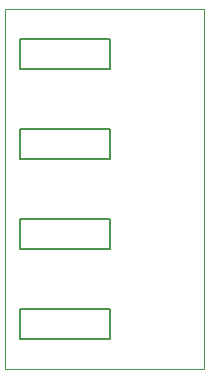
<source format=gbo>
G75*
%MOIN*%
%OFA0B0*%
%FSLAX24Y24*%
%IPPOS*%
%LPD*%
%AMOC8*
5,1,8,0,0,1.08239X$1,22.5*
%
%ADD10C,0.0000*%
%ADD11C,0.0050*%
D10*
X000100Y000125D02*
X000100Y012121D01*
X006720Y012121D01*
X006720Y000125D01*
X000100Y000125D01*
D11*
X000600Y001125D02*
X003600Y001125D01*
X003600Y002125D01*
X000600Y002125D01*
X000600Y001125D01*
X000600Y004125D02*
X003600Y004125D01*
X003600Y005125D01*
X000600Y005125D01*
X000600Y004125D01*
X000600Y007125D02*
X003600Y007125D01*
X003600Y008125D01*
X000600Y008125D01*
X000600Y007125D01*
X000600Y010125D02*
X003600Y010125D01*
X003600Y011125D01*
X000600Y011125D01*
X000600Y010125D01*
M02*

</source>
